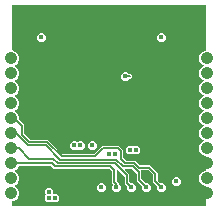
<source format=gbr>
G04 EAGLE Gerber RS-274X export*
G75*
%MOMM*%
%FSLAX34Y34*%
%LPD*%
%INBottom Copper*%
%IPPOS*%
%AMOC8*
5,1,8,0,0,1.08239X$1,22.5*%
G01*
%ADD10C,1.050000*%
%ADD11C,0.453200*%
%ADD12C,0.152400*%

G36*
X165580Y2012D02*
X165580Y2012D01*
X165646Y2014D01*
X165689Y2032D01*
X165736Y2040D01*
X165793Y2074D01*
X165853Y2099D01*
X165888Y2130D01*
X165929Y2155D01*
X165971Y2206D01*
X166019Y2250D01*
X166041Y2292D01*
X166070Y2329D01*
X166091Y2391D01*
X166122Y2450D01*
X166130Y2504D01*
X166142Y2541D01*
X166141Y2581D01*
X166149Y2635D01*
X166149Y18245D01*
X166138Y18310D01*
X166136Y18376D01*
X166118Y18419D01*
X166110Y18466D01*
X166076Y18523D01*
X166051Y18583D01*
X166020Y18618D01*
X165995Y18659D01*
X165944Y18701D01*
X165900Y18749D01*
X165858Y18771D01*
X165821Y18800D01*
X165759Y18821D01*
X165700Y18852D01*
X165646Y18860D01*
X165609Y18872D01*
X165569Y18871D01*
X165515Y18879D01*
X165473Y18879D01*
X163076Y19872D01*
X161242Y21706D01*
X160249Y24103D01*
X160249Y26697D01*
X161242Y29094D01*
X163076Y30928D01*
X165473Y31921D01*
X165515Y31921D01*
X165580Y31932D01*
X165646Y31934D01*
X165689Y31952D01*
X165736Y31960D01*
X165793Y31994D01*
X165853Y32019D01*
X165888Y32050D01*
X165929Y32075D01*
X165971Y32126D01*
X166019Y32170D01*
X166041Y32212D01*
X166070Y32249D01*
X166091Y32311D01*
X166122Y32370D01*
X166130Y32424D01*
X166142Y32461D01*
X166141Y32501D01*
X166149Y32555D01*
X166149Y43645D01*
X166138Y43710D01*
X166136Y43776D01*
X166118Y43819D01*
X166110Y43866D01*
X166076Y43923D01*
X166051Y43983D01*
X166020Y44018D01*
X165995Y44059D01*
X165944Y44101D01*
X165900Y44149D01*
X165858Y44171D01*
X165821Y44200D01*
X165759Y44221D01*
X165700Y44252D01*
X165646Y44260D01*
X165609Y44272D01*
X165569Y44271D01*
X165515Y44279D01*
X165473Y44279D01*
X163076Y45272D01*
X161242Y47106D01*
X160249Y49503D01*
X160249Y52097D01*
X161242Y54494D01*
X163076Y56328D01*
X163646Y56564D01*
X163721Y56612D01*
X163799Y56655D01*
X163815Y56672D01*
X163835Y56685D01*
X163888Y56756D01*
X163947Y56823D01*
X163956Y56846D01*
X163970Y56865D01*
X163995Y56950D01*
X164027Y57033D01*
X164027Y57057D01*
X164034Y57080D01*
X164028Y57169D01*
X164028Y57257D01*
X164020Y57280D01*
X164019Y57303D01*
X163982Y57385D01*
X163952Y57468D01*
X163937Y57486D01*
X163927Y57508D01*
X163864Y57572D01*
X163807Y57639D01*
X163784Y57653D01*
X163769Y57668D01*
X163724Y57689D01*
X163646Y57736D01*
X163076Y57972D01*
X161242Y59806D01*
X160249Y62203D01*
X160249Y64797D01*
X161242Y67194D01*
X163076Y69028D01*
X163646Y69264D01*
X163721Y69312D01*
X163799Y69354D01*
X163815Y69372D01*
X163835Y69385D01*
X163888Y69456D01*
X163947Y69523D01*
X163956Y69546D01*
X163970Y69564D01*
X163995Y69650D01*
X164027Y69733D01*
X164027Y69757D01*
X164034Y69780D01*
X164028Y69868D01*
X164029Y69957D01*
X164020Y69980D01*
X164019Y70003D01*
X163982Y70084D01*
X163952Y70168D01*
X163937Y70187D01*
X163927Y70208D01*
X163864Y70272D01*
X163807Y70339D01*
X163784Y70353D01*
X163769Y70368D01*
X163724Y70389D01*
X163646Y70436D01*
X163076Y70672D01*
X161242Y72506D01*
X160249Y74903D01*
X160249Y77497D01*
X161242Y79894D01*
X163076Y81728D01*
X163646Y81964D01*
X163721Y82012D01*
X163799Y82054D01*
X163809Y82066D01*
X163816Y82070D01*
X163822Y82077D01*
X163835Y82085D01*
X163888Y82156D01*
X163947Y82223D01*
X163953Y82238D01*
X163958Y82244D01*
X163960Y82252D01*
X163970Y82264D01*
X163995Y82350D01*
X164027Y82433D01*
X164027Y82449D01*
X164030Y82457D01*
X164029Y82465D01*
X164034Y82480D01*
X164028Y82568D01*
X164029Y82657D01*
X164023Y82672D01*
X164023Y82681D01*
X164020Y82689D01*
X164019Y82703D01*
X163982Y82784D01*
X163952Y82868D01*
X163942Y82880D01*
X163939Y82889D01*
X163932Y82896D01*
X163927Y82908D01*
X163864Y82972D01*
X163807Y83039D01*
X163794Y83047D01*
X163787Y83055D01*
X163778Y83059D01*
X163769Y83068D01*
X163724Y83089D01*
X163646Y83136D01*
X163076Y83372D01*
X161242Y85206D01*
X160249Y87603D01*
X160249Y90197D01*
X161242Y92594D01*
X163076Y94428D01*
X163646Y94664D01*
X163721Y94712D01*
X163799Y94754D01*
X163815Y94772D01*
X163835Y94785D01*
X163888Y94856D01*
X163947Y94923D01*
X163956Y94946D01*
X163970Y94964D01*
X163995Y95050D01*
X164027Y95133D01*
X164027Y95157D01*
X164034Y95180D01*
X164028Y95268D01*
X164029Y95357D01*
X164020Y95380D01*
X164019Y95403D01*
X163982Y95484D01*
X163952Y95568D01*
X163937Y95587D01*
X163927Y95608D01*
X163864Y95672D01*
X163807Y95739D01*
X163784Y95753D01*
X163769Y95768D01*
X163724Y95789D01*
X163646Y95836D01*
X163076Y96072D01*
X161242Y97906D01*
X160249Y100303D01*
X160249Y102897D01*
X161242Y105294D01*
X163076Y107128D01*
X163646Y107364D01*
X163721Y107412D01*
X163799Y107454D01*
X163815Y107472D01*
X163835Y107485D01*
X163888Y107556D01*
X163947Y107623D01*
X163956Y107646D01*
X163970Y107664D01*
X163995Y107750D01*
X164027Y107833D01*
X164027Y107857D01*
X164034Y107880D01*
X164028Y107968D01*
X164029Y108057D01*
X164020Y108080D01*
X164019Y108103D01*
X163982Y108184D01*
X163952Y108268D01*
X163937Y108287D01*
X163927Y108308D01*
X163864Y108372D01*
X163807Y108439D01*
X163784Y108453D01*
X163769Y108468D01*
X163724Y108489D01*
X163646Y108536D01*
X163076Y108772D01*
X161242Y110606D01*
X160249Y113003D01*
X160249Y115597D01*
X161242Y117994D01*
X163076Y119828D01*
X163646Y120064D01*
X163721Y120112D01*
X163799Y120154D01*
X163815Y120172D01*
X163835Y120185D01*
X163888Y120256D01*
X163947Y120323D01*
X163956Y120346D01*
X163970Y120364D01*
X163995Y120450D01*
X164027Y120533D01*
X164027Y120557D01*
X164034Y120580D01*
X164028Y120668D01*
X164029Y120757D01*
X164020Y120780D01*
X164019Y120803D01*
X163982Y120884D01*
X163952Y120968D01*
X163937Y120987D01*
X163927Y121008D01*
X163864Y121072D01*
X163807Y121139D01*
X163784Y121153D01*
X163769Y121168D01*
X163724Y121189D01*
X163646Y121236D01*
X163076Y121472D01*
X161242Y123306D01*
X160249Y125703D01*
X160249Y128297D01*
X161242Y130694D01*
X163076Y132528D01*
X165473Y133521D01*
X165515Y133521D01*
X165580Y133532D01*
X165646Y133534D01*
X165689Y133552D01*
X165736Y133560D01*
X165793Y133594D01*
X165853Y133619D01*
X165888Y133650D01*
X165929Y133675D01*
X165971Y133726D01*
X166019Y133770D01*
X166041Y133812D01*
X166070Y133849D01*
X166091Y133911D01*
X166122Y133970D01*
X166130Y134024D01*
X166142Y134061D01*
X166141Y134101D01*
X166149Y134155D01*
X166149Y171450D01*
X166138Y171515D01*
X166136Y171581D01*
X166118Y171624D01*
X166110Y171671D01*
X166076Y171728D01*
X166051Y171788D01*
X166020Y171823D01*
X165995Y171864D01*
X165944Y171906D01*
X165900Y171954D01*
X165858Y171976D01*
X165821Y172005D01*
X165759Y172026D01*
X165700Y172057D01*
X165646Y172065D01*
X165609Y172077D01*
X165569Y172076D01*
X165515Y172084D01*
X2635Y172084D01*
X2570Y172073D01*
X2504Y172071D01*
X2461Y172053D01*
X2414Y172045D01*
X2357Y172011D01*
X2297Y171986D01*
X2262Y171955D01*
X2221Y171930D01*
X2179Y171879D01*
X2131Y171835D01*
X2109Y171793D01*
X2080Y171756D01*
X2059Y171694D01*
X2028Y171635D01*
X2020Y171581D01*
X2008Y171544D01*
X2009Y171504D01*
X2001Y171450D01*
X2001Y134155D01*
X2012Y134090D01*
X2014Y134024D01*
X2032Y133981D01*
X2040Y133934D01*
X2074Y133877D01*
X2099Y133817D01*
X2130Y133782D01*
X2155Y133741D01*
X2206Y133699D01*
X2250Y133651D01*
X2292Y133629D01*
X2329Y133600D01*
X2391Y133579D01*
X2450Y133548D01*
X2504Y133540D01*
X2541Y133528D01*
X2550Y133528D01*
X4964Y132528D01*
X6798Y130694D01*
X7791Y128297D01*
X7791Y125703D01*
X6798Y123306D01*
X4964Y121472D01*
X4394Y121236D01*
X4319Y121188D01*
X4241Y121145D01*
X4225Y121128D01*
X4205Y121115D01*
X4152Y121044D01*
X4093Y120977D01*
X4084Y120954D01*
X4070Y120935D01*
X4045Y120850D01*
X4013Y120767D01*
X4013Y120743D01*
X4006Y120720D01*
X4012Y120631D01*
X4012Y120543D01*
X4020Y120520D01*
X4021Y120497D01*
X4058Y120415D01*
X4088Y120332D01*
X4103Y120313D01*
X4113Y120292D01*
X4176Y120228D01*
X4233Y120161D01*
X4256Y120147D01*
X4271Y120132D01*
X4316Y120111D01*
X4394Y120064D01*
X4964Y119828D01*
X6798Y117994D01*
X7791Y115597D01*
X7791Y113003D01*
X6798Y110606D01*
X4964Y108772D01*
X4394Y108536D01*
X4319Y108488D01*
X4241Y108445D01*
X4225Y108428D01*
X4205Y108415D01*
X4152Y108344D01*
X4093Y108277D01*
X4084Y108254D01*
X4070Y108235D01*
X4045Y108150D01*
X4013Y108067D01*
X4013Y108043D01*
X4006Y108020D01*
X4012Y107931D01*
X4012Y107843D01*
X4020Y107820D01*
X4021Y107797D01*
X4058Y107715D01*
X4088Y107632D01*
X4103Y107613D01*
X4113Y107592D01*
X4176Y107528D01*
X4233Y107461D01*
X4256Y107447D01*
X4271Y107432D01*
X4316Y107411D01*
X4394Y107364D01*
X4964Y107128D01*
X6798Y105294D01*
X7791Y102897D01*
X7791Y100303D01*
X6798Y97906D01*
X4964Y96072D01*
X4394Y95836D01*
X4319Y95788D01*
X4241Y95745D01*
X4225Y95728D01*
X4205Y95715D01*
X4152Y95644D01*
X4093Y95577D01*
X4084Y95554D01*
X4070Y95535D01*
X4045Y95450D01*
X4013Y95367D01*
X4013Y95343D01*
X4006Y95320D01*
X4012Y95231D01*
X4012Y95143D01*
X4020Y95120D01*
X4021Y95097D01*
X4058Y95015D01*
X4088Y94932D01*
X4103Y94913D01*
X4113Y94892D01*
X4176Y94828D01*
X4233Y94761D01*
X4256Y94747D01*
X4271Y94732D01*
X4316Y94711D01*
X4394Y94664D01*
X4964Y94428D01*
X6798Y92594D01*
X7791Y90197D01*
X7791Y87603D01*
X6798Y85206D01*
X4964Y83372D01*
X4394Y83136D01*
X4319Y83088D01*
X4241Y83045D01*
X4233Y83036D01*
X4224Y83031D01*
X4217Y83022D01*
X4205Y83015D01*
X4152Y82944D01*
X4093Y82877D01*
X4088Y82864D01*
X4082Y82857D01*
X4079Y82847D01*
X4070Y82835D01*
X4045Y82750D01*
X4013Y82667D01*
X4013Y82652D01*
X4010Y82644D01*
X4011Y82635D01*
X4006Y82620D01*
X4012Y82531D01*
X4012Y82443D01*
X4017Y82428D01*
X4017Y82420D01*
X4020Y82412D01*
X4021Y82397D01*
X4058Y82315D01*
X4088Y82232D01*
X4098Y82220D01*
X4101Y82212D01*
X4107Y82206D01*
X4113Y82192D01*
X4176Y82128D01*
X4233Y82061D01*
X4248Y82052D01*
X4253Y82046D01*
X4260Y82043D01*
X4271Y82032D01*
X4316Y82011D01*
X4394Y81964D01*
X4964Y81728D01*
X6798Y79894D01*
X7791Y77497D01*
X7791Y75357D01*
X7798Y75315D01*
X7796Y75272D01*
X7818Y75205D01*
X7830Y75136D01*
X7852Y75099D01*
X7865Y75059D01*
X7919Y74986D01*
X7945Y74943D01*
X7961Y74929D01*
X7977Y74908D01*
X10816Y72069D01*
X10816Y72068D01*
X12193Y70692D01*
X12193Y63589D01*
X12200Y63547D01*
X12198Y63505D01*
X12220Y63437D01*
X12232Y63368D01*
X12254Y63331D01*
X12267Y63291D01*
X12321Y63218D01*
X12347Y63175D01*
X12363Y63161D01*
X12379Y63140D01*
X17166Y58353D01*
X17201Y58328D01*
X17230Y58297D01*
X17293Y58265D01*
X17350Y58224D01*
X17392Y58214D01*
X17429Y58194D01*
X17519Y58181D01*
X17568Y58168D01*
X17588Y58171D01*
X17615Y58167D01*
X32479Y58167D01*
X44486Y46161D01*
X44520Y46136D01*
X44549Y46105D01*
X44612Y46073D01*
X44670Y46032D01*
X44711Y46022D01*
X44749Y46002D01*
X44838Y45989D01*
X44887Y45976D01*
X44908Y45979D01*
X44934Y45975D01*
X70777Y45975D01*
X70819Y45982D01*
X70862Y45980D01*
X70929Y46002D01*
X70998Y46014D01*
X71035Y46036D01*
X71075Y46049D01*
X71148Y46103D01*
X71191Y46129D01*
X71205Y46145D01*
X71226Y46161D01*
X76521Y51456D01*
X76522Y51456D01*
X77898Y52833D01*
X92282Y52833D01*
X96013Y49102D01*
X96013Y43269D01*
X96020Y43227D01*
X96018Y43185D01*
X96040Y43117D01*
X96052Y43048D01*
X96074Y43011D01*
X96087Y42971D01*
X96141Y42898D01*
X96167Y42855D01*
X96183Y42841D01*
X96199Y42820D01*
X98446Y40573D01*
X98481Y40548D01*
X98510Y40517D01*
X98573Y40485D01*
X98630Y40444D01*
X98672Y40434D01*
X98709Y40414D01*
X98799Y40401D01*
X98848Y40388D01*
X98868Y40391D01*
X98895Y40387D01*
X106139Y40387D01*
X110018Y36509D01*
X110052Y36484D01*
X110081Y36453D01*
X110144Y36421D01*
X110202Y36380D01*
X110243Y36370D01*
X110281Y36350D01*
X110370Y36337D01*
X110419Y36324D01*
X110440Y36327D01*
X110466Y36323D01*
X118952Y36323D01*
X125223Y30052D01*
X125223Y23965D01*
X125230Y23923D01*
X125228Y23881D01*
X125250Y23813D01*
X125262Y23744D01*
X125284Y23707D01*
X125297Y23667D01*
X125351Y23594D01*
X125377Y23551D01*
X125393Y23537D01*
X125409Y23516D01*
X127422Y21503D01*
X127457Y21478D01*
X127486Y21447D01*
X127549Y21415D01*
X127606Y21374D01*
X127648Y21364D01*
X127685Y21344D01*
X127775Y21331D01*
X127824Y21318D01*
X127844Y21321D01*
X127871Y21317D01*
X129735Y21317D01*
X131807Y19245D01*
X131807Y16315D01*
X129735Y14243D01*
X126805Y14243D01*
X124733Y16315D01*
X124733Y18179D01*
X124726Y18221D01*
X124728Y18263D01*
X124706Y18331D01*
X124694Y18400D01*
X124672Y18437D01*
X124659Y18477D01*
X124605Y18550D01*
X124579Y18593D01*
X124563Y18607D01*
X124547Y18628D01*
X121157Y22018D01*
X121157Y28105D01*
X121150Y28147D01*
X121152Y28189D01*
X121130Y28257D01*
X121118Y28326D01*
X121096Y28363D01*
X121083Y28403D01*
X121029Y28476D01*
X121003Y28519D01*
X120987Y28533D01*
X120971Y28554D01*
X117454Y32071D01*
X117419Y32096D01*
X117390Y32127D01*
X117327Y32159D01*
X117270Y32200D01*
X117228Y32210D01*
X117191Y32230D01*
X117101Y32243D01*
X117052Y32256D01*
X117032Y32253D01*
X117005Y32257D01*
X111849Y32257D01*
X111761Y32241D01*
X111672Y32232D01*
X111651Y32222D01*
X111628Y32218D01*
X111551Y32172D01*
X111471Y32133D01*
X111455Y32115D01*
X111435Y32103D01*
X111379Y32034D01*
X111317Y31969D01*
X111308Y31948D01*
X111293Y31929D01*
X111265Y31845D01*
X111230Y31763D01*
X111229Y31739D01*
X111221Y31717D01*
X111224Y31628D01*
X111220Y31539D01*
X111227Y31516D01*
X111228Y31492D01*
X111253Y31431D01*
X111253Y25235D01*
X111260Y25193D01*
X111258Y25151D01*
X111280Y25083D01*
X111292Y25014D01*
X111314Y24977D01*
X111327Y24937D01*
X111381Y24864D01*
X111407Y24821D01*
X111423Y24807D01*
X111439Y24786D01*
X114722Y21503D01*
X114757Y21478D01*
X114786Y21447D01*
X114849Y21415D01*
X114906Y21374D01*
X114948Y21364D01*
X114985Y21344D01*
X115075Y21331D01*
X115124Y21318D01*
X115144Y21321D01*
X115171Y21317D01*
X117035Y21317D01*
X119107Y19245D01*
X119107Y16315D01*
X117035Y14243D01*
X114105Y14243D01*
X112033Y16315D01*
X112033Y18179D01*
X112026Y18221D01*
X112028Y18263D01*
X112006Y18331D01*
X111994Y18400D01*
X111972Y18437D01*
X111959Y18477D01*
X111905Y18550D01*
X111879Y18593D01*
X111863Y18607D01*
X111847Y18628D01*
X107187Y23288D01*
X107187Y29375D01*
X107180Y29417D01*
X107182Y29459D01*
X107160Y29527D01*
X107148Y29596D01*
X107126Y29633D01*
X107113Y29673D01*
X107059Y29746D01*
X107033Y29789D01*
X107017Y29803D01*
X107001Y29824D01*
X103484Y33341D01*
X103449Y33366D01*
X103420Y33397D01*
X103357Y33429D01*
X103300Y33470D01*
X103258Y33480D01*
X103221Y33500D01*
X103131Y33513D01*
X103082Y33526D01*
X103062Y33523D01*
X103035Y33527D01*
X97879Y33527D01*
X97791Y33511D01*
X97702Y33502D01*
X97681Y33492D01*
X97658Y33488D01*
X97581Y33442D01*
X97501Y33403D01*
X97485Y33386D01*
X97465Y33373D01*
X97409Y33304D01*
X97347Y33240D01*
X97338Y33218D01*
X97323Y33199D01*
X97295Y33115D01*
X97260Y33033D01*
X97259Y33009D01*
X97251Y32987D01*
X97254Y32898D01*
X97250Y32809D01*
X97257Y32786D01*
X97258Y32762D01*
X97291Y32680D01*
X97319Y32595D01*
X97334Y32574D01*
X97342Y32555D01*
X97376Y32517D01*
X97430Y32445D01*
X101093Y28782D01*
X101093Y22695D01*
X101100Y22653D01*
X101098Y22611D01*
X101120Y22543D01*
X101132Y22474D01*
X101154Y22437D01*
X101167Y22397D01*
X101221Y22324D01*
X101247Y22281D01*
X101263Y22267D01*
X101279Y22246D01*
X102022Y21503D01*
X102057Y21478D01*
X102086Y21447D01*
X102149Y21415D01*
X102206Y21374D01*
X102248Y21364D01*
X102285Y21344D01*
X102375Y21331D01*
X102424Y21318D01*
X102444Y21321D01*
X102471Y21317D01*
X104335Y21317D01*
X106407Y19245D01*
X106407Y16315D01*
X104335Y14243D01*
X101405Y14243D01*
X99333Y16315D01*
X99333Y18179D01*
X99326Y18221D01*
X99328Y18263D01*
X99306Y18331D01*
X99294Y18400D01*
X99272Y18437D01*
X99259Y18477D01*
X99205Y18550D01*
X99179Y18593D01*
X99163Y18607D01*
X99147Y18628D01*
X97027Y20748D01*
X97027Y26835D01*
X97020Y26877D01*
X97022Y26919D01*
X97000Y26987D01*
X96988Y27056D01*
X96966Y27093D01*
X96953Y27133D01*
X96899Y27206D01*
X96873Y27249D01*
X96857Y27263D01*
X96841Y27284D01*
X91527Y32598D01*
X91454Y32649D01*
X91385Y32705D01*
X91363Y32712D01*
X91343Y32726D01*
X91257Y32748D01*
X91173Y32777D01*
X91149Y32776D01*
X91126Y32782D01*
X91037Y32773D01*
X90948Y32770D01*
X90926Y32761D01*
X90903Y32759D01*
X90823Y32719D01*
X90741Y32686D01*
X90723Y32670D01*
X90702Y32659D01*
X90641Y32594D01*
X90575Y32534D01*
X90564Y32513D01*
X90548Y32496D01*
X90513Y32414D01*
X90472Y32335D01*
X90469Y32309D01*
X90460Y32289D01*
X90458Y32239D01*
X90445Y32149D01*
X90445Y23454D01*
X90452Y23413D01*
X90450Y23370D01*
X90472Y23303D01*
X90484Y23234D01*
X90506Y23197D01*
X90519Y23157D01*
X90573Y23084D01*
X90599Y23040D01*
X90615Y23027D01*
X90631Y23006D01*
X92203Y21434D01*
X92203Y21012D01*
X92210Y20970D01*
X92208Y20927D01*
X92216Y20903D01*
X92216Y20898D01*
X92224Y20879D01*
X92230Y20860D01*
X92242Y20791D01*
X92264Y20754D01*
X92277Y20714D01*
X92331Y20641D01*
X92357Y20598D01*
X92373Y20584D01*
X92389Y20563D01*
X93707Y19245D01*
X93707Y16315D01*
X91635Y14243D01*
X88705Y14243D01*
X86633Y16315D01*
X86633Y19245D01*
X87189Y19801D01*
X87227Y19855D01*
X87272Y19903D01*
X87290Y19946D01*
X87317Y19985D01*
X87334Y20049D01*
X87359Y20109D01*
X87361Y20157D01*
X87373Y20202D01*
X87366Y20268D01*
X87369Y20334D01*
X87355Y20379D01*
X87350Y20425D01*
X87321Y20484D01*
X87301Y20547D01*
X87268Y20591D01*
X87251Y20627D01*
X87222Y20654D01*
X87189Y20698D01*
X86379Y21508D01*
X86379Y31133D01*
X86372Y31175D01*
X86374Y31217D01*
X86352Y31285D01*
X86340Y31354D01*
X86318Y31391D01*
X86305Y31431D01*
X86251Y31504D01*
X86225Y31547D01*
X86209Y31561D01*
X86193Y31582D01*
X84434Y33341D01*
X84399Y33366D01*
X84370Y33397D01*
X84307Y33429D01*
X84250Y33470D01*
X84208Y33480D01*
X84171Y33500D01*
X84081Y33513D01*
X84032Y33526D01*
X84012Y33523D01*
X83985Y33527D01*
X37258Y33527D01*
X34904Y35881D01*
X34869Y35906D01*
X34840Y35937D01*
X34777Y35969D01*
X34720Y36010D01*
X34678Y36020D01*
X34641Y36040D01*
X34551Y36053D01*
X34502Y36066D01*
X34482Y36063D01*
X34455Y36067D01*
X7910Y36067D01*
X7857Y36058D01*
X7802Y36058D01*
X7747Y36038D01*
X7689Y36028D01*
X7642Y36000D01*
X7591Y35982D01*
X7546Y35943D01*
X7496Y35913D01*
X7462Y35871D01*
X7420Y35836D01*
X7384Y35775D01*
X7354Y35739D01*
X7345Y35710D01*
X7324Y35676D01*
X6798Y34406D01*
X4964Y32572D01*
X4394Y32336D01*
X4319Y32288D01*
X4241Y32246D01*
X4225Y32228D01*
X4205Y32215D01*
X4152Y32144D01*
X4093Y32077D01*
X4084Y32054D01*
X4070Y32036D01*
X4045Y31950D01*
X4013Y31867D01*
X4013Y31843D01*
X4006Y31820D01*
X4012Y31732D01*
X4011Y31643D01*
X4020Y31620D01*
X4021Y31597D01*
X4058Y31516D01*
X4088Y31432D01*
X4103Y31413D01*
X4113Y31392D01*
X4176Y31328D01*
X4233Y31261D01*
X4256Y31247D01*
X4271Y31232D01*
X4316Y31211D01*
X4394Y31164D01*
X4964Y30928D01*
X6798Y29094D01*
X7791Y26697D01*
X7791Y24103D01*
X6798Y21706D01*
X4964Y19872D01*
X4394Y19636D01*
X4319Y19588D01*
X4241Y19546D01*
X4225Y19528D01*
X4205Y19515D01*
X4152Y19444D01*
X4093Y19377D01*
X4084Y19354D01*
X4070Y19336D01*
X4045Y19250D01*
X4013Y19167D01*
X4013Y19143D01*
X4006Y19120D01*
X4012Y19032D01*
X4011Y18943D01*
X4020Y18920D01*
X4021Y18897D01*
X4058Y18816D01*
X4088Y18732D01*
X4103Y18713D01*
X4113Y18692D01*
X4176Y18628D01*
X4233Y18561D01*
X4256Y18547D01*
X4271Y18532D01*
X4316Y18511D01*
X4394Y18464D01*
X4964Y18228D01*
X6798Y16394D01*
X7791Y13997D01*
X7791Y11403D01*
X6798Y9006D01*
X4964Y7172D01*
X2537Y6167D01*
X2504Y6166D01*
X2461Y6148D01*
X2414Y6140D01*
X2357Y6106D01*
X2297Y6081D01*
X2262Y6050D01*
X2221Y6025D01*
X2179Y5974D01*
X2131Y5930D01*
X2109Y5888D01*
X2080Y5851D01*
X2059Y5789D01*
X2028Y5730D01*
X2020Y5676D01*
X2008Y5639D01*
X2009Y5599D01*
X2001Y5545D01*
X2001Y2635D01*
X2012Y2570D01*
X2014Y2504D01*
X2032Y2461D01*
X2040Y2414D01*
X2074Y2357D01*
X2099Y2297D01*
X2130Y2262D01*
X2155Y2221D01*
X2206Y2179D01*
X2250Y2131D01*
X2292Y2109D01*
X2329Y2080D01*
X2391Y2059D01*
X2450Y2028D01*
X2504Y2020D01*
X2541Y2008D01*
X2581Y2009D01*
X2635Y2001D01*
X165515Y2001D01*
X165580Y2012D01*
G37*
%LPC*%
G36*
X31555Y5353D02*
X31555Y5353D01*
X29483Y7425D01*
X29483Y10355D01*
X30110Y10981D01*
X30147Y11036D01*
X30193Y11083D01*
X30211Y11127D01*
X30238Y11166D01*
X30254Y11229D01*
X30280Y11290D01*
X30282Y11337D01*
X30294Y11383D01*
X30287Y11448D01*
X30290Y11514D01*
X30276Y11559D01*
X30271Y11606D01*
X30242Y11665D01*
X30221Y11728D01*
X30189Y11772D01*
X30171Y11807D01*
X30142Y11834D01*
X30110Y11878D01*
X29483Y12505D01*
X29483Y15435D01*
X31555Y17507D01*
X34485Y17507D01*
X36557Y15435D01*
X36557Y13061D01*
X36568Y12996D01*
X36570Y12930D01*
X36588Y12887D01*
X36596Y12840D01*
X36630Y12783D01*
X36655Y12723D01*
X36686Y12688D01*
X36711Y12647D01*
X36762Y12605D01*
X36806Y12557D01*
X36848Y12535D01*
X36885Y12506D01*
X36947Y12485D01*
X37006Y12454D01*
X37060Y12446D01*
X37097Y12434D01*
X37137Y12435D01*
X37191Y12427D01*
X39565Y12427D01*
X41637Y10355D01*
X41637Y7425D01*
X39565Y5353D01*
X36635Y5353D01*
X36009Y5980D01*
X35954Y6017D01*
X35907Y6063D01*
X35863Y6081D01*
X35824Y6108D01*
X35761Y6124D01*
X35700Y6150D01*
X35653Y6152D01*
X35607Y6164D01*
X35542Y6157D01*
X35476Y6160D01*
X35431Y6146D01*
X35384Y6141D01*
X35325Y6112D01*
X35262Y6091D01*
X35218Y6059D01*
X35183Y6041D01*
X35156Y6012D01*
X35112Y5980D01*
X34485Y5353D01*
X31555Y5353D01*
G37*
%LPD*%
%LPC*%
G36*
X53145Y49803D02*
X53145Y49803D01*
X51073Y51875D01*
X51073Y54805D01*
X53145Y56877D01*
X56075Y56877D01*
X56702Y56250D01*
X56756Y56213D01*
X56803Y56167D01*
X56847Y56149D01*
X56886Y56122D01*
X56949Y56106D01*
X57010Y56080D01*
X57057Y56078D01*
X57103Y56066D01*
X57168Y56073D01*
X57234Y56070D01*
X57279Y56084D01*
X57326Y56089D01*
X57385Y56119D01*
X57448Y56139D01*
X57492Y56171D01*
X57527Y56189D01*
X57554Y56217D01*
X57599Y56250D01*
X58225Y56877D01*
X61155Y56877D01*
X63227Y54805D01*
X63227Y51875D01*
X61155Y49803D01*
X58225Y49803D01*
X57599Y50430D01*
X57544Y50467D01*
X57497Y50513D01*
X57453Y50531D01*
X57414Y50558D01*
X57351Y50574D01*
X57290Y50600D01*
X57243Y50602D01*
X57197Y50614D01*
X57132Y50607D01*
X57066Y50610D01*
X57021Y50596D01*
X56974Y50591D01*
X56915Y50562D01*
X56852Y50541D01*
X56808Y50509D01*
X56773Y50491D01*
X56746Y50462D01*
X56702Y50430D01*
X56075Y49803D01*
X53145Y49803D01*
G37*
%LPD*%
%LPC*%
G36*
X100135Y45993D02*
X100135Y45993D01*
X98063Y48065D01*
X98063Y50995D01*
X100135Y53067D01*
X103065Y53067D01*
X103691Y52440D01*
X103746Y52403D01*
X103793Y52357D01*
X103837Y52339D01*
X103876Y52312D01*
X103939Y52296D01*
X104000Y52270D01*
X104047Y52268D01*
X104093Y52256D01*
X104158Y52263D01*
X104224Y52260D01*
X104269Y52274D01*
X104316Y52279D01*
X104375Y52308D01*
X104438Y52329D01*
X104482Y52361D01*
X104517Y52379D01*
X104544Y52408D01*
X104588Y52440D01*
X105215Y53067D01*
X108145Y53067D01*
X110217Y50995D01*
X110217Y48065D01*
X108145Y45993D01*
X105215Y45993D01*
X104588Y46620D01*
X104534Y46657D01*
X104487Y46703D01*
X104443Y46721D01*
X104404Y46748D01*
X104341Y46764D01*
X104280Y46790D01*
X104233Y46792D01*
X104187Y46804D01*
X104122Y46797D01*
X104056Y46800D01*
X104011Y46786D01*
X103964Y46781D01*
X103905Y46751D01*
X103842Y46731D01*
X103798Y46699D01*
X103763Y46681D01*
X103736Y46653D01*
X103691Y46620D01*
X103065Y45993D01*
X100135Y45993D01*
G37*
%LPD*%
%LPC*%
G36*
X96325Y108223D02*
X96325Y108223D01*
X94253Y110295D01*
X94253Y113225D01*
X96325Y115297D01*
X99255Y115297D01*
X100573Y113979D01*
X100608Y113954D01*
X100637Y113923D01*
X100700Y113891D01*
X100757Y113850D01*
X100798Y113840D01*
X100836Y113820D01*
X100926Y113807D01*
X100975Y113794D01*
X100995Y113797D01*
X101022Y113793D01*
X102442Y113793D01*
X103633Y112602D01*
X103633Y110918D01*
X102442Y109727D01*
X101022Y109727D01*
X100980Y109720D01*
X100937Y109722D01*
X100870Y109700D01*
X100801Y109688D01*
X100764Y109666D01*
X100724Y109653D01*
X100651Y109599D01*
X100608Y109573D01*
X100594Y109557D01*
X100573Y109541D01*
X99255Y108223D01*
X96325Y108223D01*
G37*
%LPD*%
%LPC*%
G36*
X126805Y141243D02*
X126805Y141243D01*
X124733Y143315D01*
X124733Y146245D01*
X126805Y148317D01*
X129735Y148317D01*
X131807Y146245D01*
X131807Y143315D01*
X129735Y141243D01*
X126805Y141243D01*
G37*
%LPD*%
%LPC*%
G36*
X25205Y141243D02*
X25205Y141243D01*
X23133Y143315D01*
X23133Y146245D01*
X25205Y148317D01*
X28135Y148317D01*
X30207Y146245D01*
X30207Y143315D01*
X28135Y141243D01*
X25205Y141243D01*
G37*
%LPD*%
%LPC*%
G36*
X68385Y49803D02*
X68385Y49803D01*
X66313Y51875D01*
X66313Y54805D01*
X68385Y56877D01*
X71315Y56877D01*
X73387Y54805D01*
X73387Y51875D01*
X71315Y49803D01*
X68385Y49803D01*
G37*
%LPD*%
%LPC*%
G36*
X139505Y19323D02*
X139505Y19323D01*
X137433Y21395D01*
X137433Y24325D01*
X139505Y26397D01*
X142435Y26397D01*
X144507Y24325D01*
X144507Y21395D01*
X142435Y19323D01*
X139505Y19323D01*
G37*
%LPD*%
%LPC*%
G36*
X76005Y14243D02*
X76005Y14243D01*
X73933Y16315D01*
X73933Y19245D01*
X76005Y21317D01*
X78935Y21317D01*
X81007Y19245D01*
X81007Y16315D01*
X78935Y14243D01*
X76005Y14243D01*
G37*
%LPD*%
D10*
X166770Y63500D03*
X166770Y50800D03*
X166770Y38100D03*
X166770Y25400D03*
X166770Y12700D03*
X166770Y76200D03*
X166770Y88900D03*
X166770Y101600D03*
X166770Y114300D03*
X166770Y127000D03*
X1270Y63500D03*
X1270Y50800D03*
X1270Y38100D03*
X1270Y25400D03*
X1270Y12700D03*
X1270Y76200D03*
X1270Y88900D03*
X1270Y101600D03*
X1270Y114300D03*
X1270Y127000D03*
D11*
X128270Y17780D03*
D12*
X123190Y22860D01*
X123190Y29210D01*
X118110Y34290D01*
X109361Y34290D01*
X105297Y38354D02*
X97790Y38354D01*
X93980Y42164D01*
X93980Y48260D02*
X91440Y50800D01*
X78740Y50800D01*
X43829Y43942D02*
X31637Y56134D01*
X16510Y56134D01*
X10160Y62484D01*
X10160Y69850D01*
X105297Y38354D02*
X109361Y34290D01*
X93980Y42164D02*
X93980Y48260D01*
X78740Y50800D02*
X71882Y43942D01*
X43829Y43942D01*
X3810Y76200D02*
X1270Y76200D01*
X3810Y76200D02*
X10160Y69850D01*
D11*
X115570Y17780D03*
D12*
X109220Y24130D01*
X109220Y30480D01*
X104140Y35560D01*
X95391Y35560D01*
X15240Y53340D02*
X5080Y63500D01*
X89803Y41148D02*
X95391Y35560D01*
X89803Y41148D02*
X42672Y41148D01*
X30480Y53340D01*
X15240Y53340D01*
X5080Y63500D02*
X1270Y63500D01*
D11*
X102870Y17780D03*
D12*
X99060Y21590D01*
X99060Y27940D01*
X88646Y38354D01*
X3810Y50800D02*
X1270Y50800D01*
X7620Y50800D01*
X16510Y41910D01*
X36830Y41910D02*
X40386Y38354D01*
X88646Y38354D01*
X36830Y41910D02*
X16510Y41910D01*
D11*
X90170Y17780D03*
D12*
X88412Y32238D02*
X85090Y35560D01*
X38100Y35560D01*
X35560Y38100D01*
X1270Y38100D01*
X90170Y20592D02*
X90170Y17780D01*
X90170Y20592D02*
X88412Y22350D01*
X88412Y32238D01*
D11*
X97790Y111760D03*
D12*
X101600Y111760D01*
D11*
X77470Y17780D03*
X57150Y101600D03*
X87630Y101600D03*
X72390Y101600D03*
X64770Y101600D03*
X80010Y101600D03*
X57150Y71120D03*
X87630Y71120D03*
X57150Y86360D03*
X57150Y93980D03*
X57150Y78740D03*
X72390Y71120D03*
X64770Y71120D03*
X80010Y71120D03*
X87630Y86360D03*
X87630Y93980D03*
X87630Y78740D03*
X64770Y93980D03*
X72390Y93980D03*
X80010Y93980D03*
X64770Y86360D03*
X64770Y78740D03*
X72390Y86360D03*
X72390Y78740D03*
X80010Y86360D03*
X80010Y78740D03*
X25400Y60960D03*
X48260Y144780D03*
X63500Y30480D03*
X73660Y30480D03*
X83820Y22860D03*
X93980Y22860D03*
X104140Y26670D03*
X114300Y26670D03*
X96520Y144780D03*
X106680Y144780D03*
X48260Y16510D03*
X90170Y156210D03*
X10160Y8890D03*
X25899Y169073D03*
X5080Y160020D03*
X5080Y151130D03*
X5080Y142240D03*
X12700Y160020D03*
X12700Y151130D03*
X12700Y142240D03*
X20320Y160020D03*
X27940Y160020D03*
X35560Y160020D03*
X96520Y153670D03*
X114300Y153670D03*
X124460Y153670D03*
X134620Y153670D03*
X144780Y153670D03*
X154940Y153670D03*
X163830Y153670D03*
X138430Y144780D03*
X154940Y144780D03*
X163830Y144780D03*
X138430Y137160D03*
X154940Y137160D03*
X163830Y137160D03*
X138430Y127000D03*
X154940Y127000D03*
X124460Y161290D03*
X134620Y161290D03*
X144780Y161290D03*
X154940Y161290D03*
X163830Y161290D03*
X20320Y151130D03*
X12700Y134620D03*
X146050Y144780D03*
X146050Y137160D03*
X146050Y127000D03*
X66040Y129540D03*
X83820Y148590D03*
X83820Y133350D03*
X114300Y161290D03*
X102870Y153670D03*
X129540Y127000D03*
X129540Y137160D03*
X148590Y113030D03*
X116840Y97790D03*
X66040Y144780D03*
X58420Y144780D03*
X66040Y137160D03*
X27940Y33020D03*
X83820Y140970D03*
X12700Y127000D03*
X114300Y168910D03*
X124460Y168910D03*
X134620Y168910D03*
X144780Y168910D03*
X154940Y168910D03*
X163830Y168910D03*
X102870Y168910D03*
X102870Y161290D03*
X91440Y168910D03*
X81280Y168910D03*
X69850Y168910D03*
X58420Y168910D03*
X36830Y168910D03*
X5080Y168910D03*
X12700Y168910D03*
X58420Y163830D03*
X69850Y163830D03*
X81280Y163830D03*
X59690Y53340D03*
X54610Y53340D03*
X88900Y45720D03*
X83820Y45720D03*
X101600Y49530D03*
X106680Y49530D03*
X140970Y22860D03*
X26670Y144780D03*
X128270Y144780D03*
X38100Y8890D03*
X33020Y8890D03*
X33020Y13970D03*
X69850Y53340D03*
M02*

</source>
